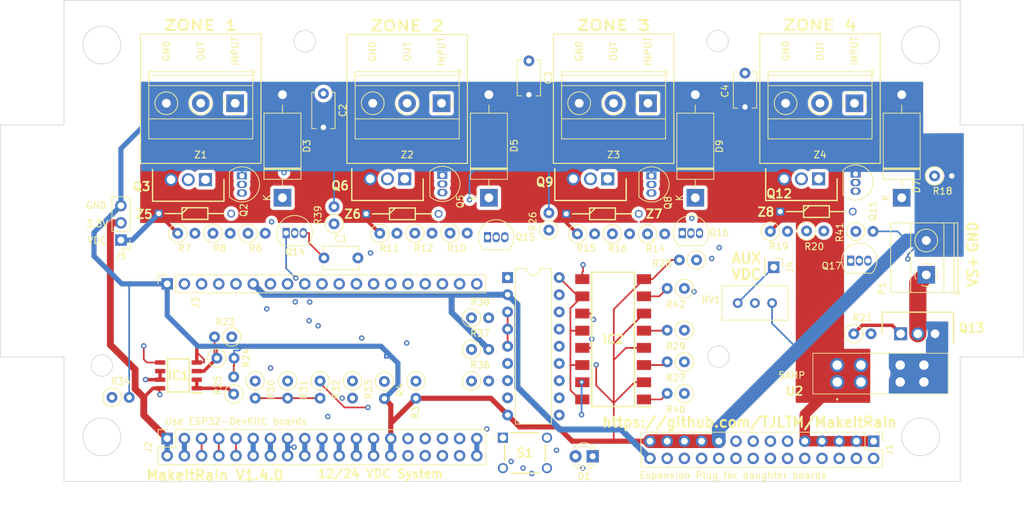
<source format=kicad_pcb>
(kicad_pcb (version 20221018) (generator pcbnew)
  (layers (0 "F.Cu" power) (1 "In1.Cu" signal) (2 "In2.Cu" signal) (31 "B.Cu" power) (34 "B.Paste" user) (35 "F.Paste" user) (36 "B.SilkS" user "B.Silkscreen") (37 "F.SilkS" user "F.Silkscreen") (38 "B.Mask" user) (39 "F.Mask" user) (44 "Edge.Cuts" user))
  (net 0 "")
  (net 1 "GND")
  (net 2 "+VDC")
  (net 3 "/Zone1IO/ZoneOutput")
  (net 4 "/Zone2IO/ZoneOutput")
  (net 5 "/Zone4IO/ZoneOutput")
  (net 6 "/Zone3IO/ZoneOutput")
  (net 7 "+3V3")
  (net 8 "Net-(Q14-D)")
  (net 9 "Net-(Q14-G)")
  (net 10 "/InputIsolation/1in")
  (net 11 "/InputIsolation/2in")
  (net 12 "/InputIsolation/3in")
  (net 13 "D39")
  (net 14 "D21")
  (net 15 "Net-(Q15-D)")
  (net 16 "Net-(Q15-G)")
  (net 17 "Net-(Q16-D)")
  (net 18 "Net-(Q16-G)")
  (net 19 "D36")
  (net 20 "Net-(IC1-+IN_A)")
  (net 21 "D12")
  (net 22 "D14")
  (net 23 "D27")
  (net 24 "D26")
  (net 25 "D23")
  (net 26 "D19")
  (net 27 "Net-(Q13-Pad1)")
  (net 28 "Net-(IC1-+INB)")
  (net 31 "D18")
  (net 32 "D5")
  (net 34 "D35")
  (net 35 "D32")
  (net 37 "/SD1")
  (net 38 "/SDD")
  (net 39 "/CLK")
  (net 40 "D4")
  (net 41 "D0")
  (net 42 "TX")
  (net 43 "RX")
  (net 44 "EN")
  (net 45 "D34")
  (net 46 "D17")
  (net 47 "D16")
  (net 48 "D2")
  (net 49 "D15")
  (net 50 "Net-(Q3-Pad1)")
  (net 51 "Net-(Q6-Pad1)")
  (net 52 "Net-(Q9-Pad1)")
  (net 53 "Net-(Q12-Pad1)")
  (net 54 "Net-(Q13-Pad3)")
  (net 59 "Net-(J2-Pin_37)")
  (net 60 "Net-(P1-Pin_1)")
  (net 61 "Net-(Q2-D)")
  (net 62 "AuxVoltage")
  (net 63 "Net-(Q5-D)")
  (net 64 "Net-(Q8-D)")
  (net 65 "Net-(Q11-D)")
  (net 66 "Z1")
  (net 67 "Z2")
  (net 68 "Z3")
  (net 69 "Z4")
  (net 70 "Z5")
  (net 71 "Z6")
  (net 72 "Z7")
  (net 73 "Z8")
  (net 74 "Net-(U1-~{RESET})")
  (net 76 "Net-(D1-K)")
  (net 77 "Net-(Q17-D)")
  (net 78 "Net-(Q17-G)")
  (net 79 "D33")
  (net 80 "D22")
  (net 81 "D25")
  (net 82 "/InputIsolation/4in")
  (net 86 "Net-(IC2-A_1)")
  (net 87 "Net-(IC2-A_2)")
  (net 88 "Net-(IC2-A_3)")
  (net 89 "Net-(IC2-A_4)")
  (footprint "Capacitor_THT:C_Disc_D5.1mm_W3.2mm_P5.00mm" (layer "F.Cu") (at 89.109 69.6597 -90)
    (fp_text reference "C2")
    (fp_text value "220nF")
  )
  (footprint "Capacitor_THT:C_Disc_D5.1mm_W3.2mm_P5.00mm" (layer "F.Cu") (at 119.4496 64.825 -90)
    (fp_text reference "C3")
    (fp_text value "220nF")
  )
  (footprint "Capacitor_THT:C_Disc_D5.1mm_W3.2mm_P5.00mm" (layer "F.Cu") (at 151.3579 66.6383 -90)
    (fp_text reference "C4")
    (fp_text value "220nF")
  )
  (footprint "Diode_THT:D_DO-201_P15.24mm_Horizontal" (layer "F.Cu") (at 83.061 85.06 90)
    (fp_text reference "D3")
    (fp_text value "STPS3150RL")
  )
  (footprint "Diode_THT:D_DO-201_P15.24mm_Horizontal" (layer "F.Cu") (at 113.541 85.06 90)
    (fp_text reference "D5")
    (fp_text value "STPS3150RL")
  )
  (footprint "Diode_THT:D_DO-201_P15.24mm_Horizontal" (layer "F.Cu") (at 174.501 85.06 90)
    (fp_text reference "D7")
    (fp_text value "STPS3150RL")
  )
  (footprint "Diode_THT:D_DO-201_P15.24mm_Horizontal" (layer "F.Cu") (at 144.021 85.06 90)
    (fp_text reference "D9")
    (fp_text value "STPS3150RL")
  )
  (footprint "LED_THT:LED_D3.0mm" (layer "F.Cu") (at 128.8729 123.2682 180)
    (fp_text reference "D1")
    (fp_text value "LED")
  )
  (footprint "Connector_PinSocket_2.54mm:PinSocket_2x19_P2.54mm_Vertical" (layer "F.Cu") (at 66.04 120.65 90)
    (fp_text reference "J2")
    (fp_text value "Conn_02x19_Odd_Even")
  )
  (footprint "Connector_PinSocket_2.54mm:PinSocket_1x19_P2.54mm_Vertical" (layer "F.Cu") (at 66.04 97.79 90)
    (fp_text reference "J3")
    (fp_text value "Conn_01x19")
  )
  (footprint "TerminalBlock_Phoenix:TerminalBlock_Phoenix_MKDS-1,5-2-5.08_1x02_P5.08mm_Horizontal" (layer "F.Cu") (at 178.1257 96.4578 90)
    (fp_text reference "P1")
    (fp_text value "Screw_Terminal_01x02")
  )
  (footprint "SamacSys_Parts:TO254P469X1042X1967-3P" (layer "F.Cu") (at 71.6897 82.3796 180)
    (fp_text reference "Q3")
    (fp_text value "IRF9Z34NPBF" hide)
  )
  (footprint "SamacSys_Parts:TO254P469X1042X1967-3P" (layer "F.Cu") (at 101.1086 82.2676 180)
    (fp_text reference "Q6")
    (fp_text value "IRF9Z34NPBF" hide)
  )
  (footprint "SamacSys_Parts:TO254P469X1042X1967-3P" (layer "F.Cu") (at 131.0857 82.2676 180)
    (fp_text reference "Q9")
    (fp_text value "IRF9Z34NPBF" hide)
  )
  (footprint "SamacSys_Parts:TO254P469X1042X1967-3P" (layer "F.Cu") (at 162.2292 82.2676 180)
    (fp_text reference "Q12")
    (fp_text value "IRF9Z34NPBF" hide)
  )
  (footprint "SamacSys_Parts:TO254P469X1042X1967-3P" (layer "F.Cu") (at 174.3416 105.1641)
    (fp_text reference "Q13")
    (fp_text value "IRF9Z34NPBF" hide)
  )
  (footprint "TerminalBlock_Phoenix:TerminalBlock_Phoenix_MKDS-1,5-3-5.08_1x03_P5.08mm_Horizontal" (layer "F.Cu") (at 106.556 71.09 180)
    (fp_text reference "Z2")
    (fp_text value "Screw_Terminal_01x03")
  )
  (footprint "TerminalBlock_Phoenix:TerminalBlock_Phoenix_MKDS-1,5-3-5.08_1x03_P5.08mm_Horizontal" (layer "F.Cu") (at 137.036 71.09 180)
    (fp_text reference "Z3")
    (fp_text value "Screw_Terminal_01x03")
  )
  (footprint "TerminalBlock_Phoenix:TerminalBlock_Phoenix_MKDS-1,5-3-5.08_1x03_P5.08mm_Horizontal" (layer "F.Cu") (at 167.516 71.09 180)
    (fp_text reference "Z4")
    (fp_text value "Screw_Terminal_01x03")
  )
  (footprint "TerminalBlock_Phoenix:TerminalBlock_Phoenix_MKDS-1,5-3-5.08_1x03_P5.08mm_Horizontal" (layer "F.Cu") (at 76.076 71.09 180)
    (fp_text reference "Z1")
    (fp_text value "Screw_Terminal_01x03")
  )
  (footprint "Connector_PinHeader_2.54mm:PinHeader_2x14_P2.54mm_Vertical" (layer "F.Cu") (at 170.349 121.0423 -90)
    (fp_text reference "J1")
    (fp_text value "Conn_02x14_Odd_Even")
  )
  (footprint "SamacSys_Parts:DIOAD1068W53L380D172" (layer "F.Cu") (at 64.7925 87.3954)
    (fp_text reference "Z5")
    (fp_text value "BZX79C10" hide)
  )
  (footprint "SamacSys_Parts:DIOAD1068W53L380D172" (layer "F.Cu") (at 95.4185 87.436)
    (fp_text reference "Z6")
    (fp_text value "BZX79C10" hide)
  )
  (footprint "SamacSys_Parts:DIOAD1068W53L380D172" (layer "F.Cu") (at 156.5643 87.1042)
    (fp_text reference "Z8")
    (fp_text value "BZX79C10" hide)
  )
  (footprint "Resistor_THT:R_Axial_DIN0207_L6.3mm_D2.5mm_P2.54mm_Vertical" (layer "F.Cu") (at 75.5723 105.6272 180)
    (fp_text reference "R23")
    (fp_text value "120k")
  )
  (footprint "Resistor_THT:R_Axial_DIN0207_L6.3mm_D2.5mm_P2.54mm_Vertical" (layer "F.Cu") (at 83.8222 112.1406 -90)
    (fp_text reference "R31")
    (fp_text value "22k")
  )
  (footprint "Resistor_THT:R_Axial_DIN0207_L6.3mm_D2.5mm_P2.54mm_Vertical" (layer "F.Cu") (at 131.7774 90.3859)
    (fp_text reference "R16")
    (fp_text value "10k")
  )
  (footprint "Package_TO_SOT_THT:TO-92_Inline" (layer "F.Cu") (at 77.0748 81.8166 -90)
    (fp_text reference "Q2")
    (fp_text value "2N7000")
  )
  (footprint "Resistor_THT:R_Axial_DIN0207_L6.3mm_D2.5mm_P2.54mm_Vertical" (layer "F.Cu") (at 73.3767 108.7651)
    (fp_text reference "R24")
    (fp_text value "15k")
  )
  (footprint "Potentiometer_THT:Potentiometer_Bourns_3296W_Vertical" (layer "F.Cu") (at 150.2817 100.622 180)
    (fp_text reference "RV1")
    (fp_text value "500k")
  )
  (footprint "Connector_PinHeader_2.54mm:PinHeader_1x01_P2.54mm_Vertical" (layer "F.Cu") (at 155.5989 95.3338 -90)
    (fp_text reference "J4")
    (fp_text value "Conn_01x01")
  )
  (footprint "Package_TO_SOT_THT:TO-92_Inline" (layer "F.Cu") (at 166.9693 94.3647)
    (fp_text reference "Q17")
    (fp_text value "BS250")
  )
  (footprint "Resistor_THT:R_Axial_DIN0207_L6.3mm_D2.5mm_P2.54mm_Vertical" (layer "F.Cu") (at 126.6145 90.3924)
    (fp_text reference "R15")
    (fp_text value "100k")
  )
  (footprint "Resistor_THT:R_Axial_DIN0207_L6.3mm_D2.5mm_P2.54mm_Vertical" (layer "F.Cu") (at 142.4079 98.4647 180)
    (fp_text reference "R42")
    (fp_text value "1K")
  )
  (footprint "Connector_PinHeader_2.54mm:PinHeader_1x03_P2.54mm_Vertical" (layer "F.Cu") (at 59.2077 91.3102 180)
    (fp_text reference "J5")
    (fp_text value "Conn_01x03")
  )
  (footprint "Resistor_THT:R_Axial_DIN0207_L6.3mm_D2.5mm_P2.54mm_Vertical" (layer "F.Cu") (at 98.1137 112.2072 -90)
    (fp_text reference "R4")
    (fp_text value "330")
  )
  (footprint "Resistor_THT:R_Axial_DIN0207_L6.3mm_D2.5mm_P2.54mm_Vertical" (layer "F.Cu") (at 179.3507 81.8331)
    (fp_text reference "R18")
    (fp_text value "1M")
  )
  (footprint "Resistor_THT:R_Axial_DIN0207_L6.3mm_D2.5mm_P2.54mm_Vertical" (layer "F.Cu") (at 142.4079 104.6381 180)
    (fp_text reference "R29")
    (fp_text value "1K")
  )
  (footprint "Package_TO_SOT_THT:TO-92_Inline" (layer "F.Cu") (at 113.3429 90.8923)
    (fp_text reference "Q15")
    (fp_text value "BS250")
  )
  (footprint "Resistor_THT:R_Axial_DIN0207_L6.3mm_D2.5mm_P2.54mm_Vertical" (layer "F.Cu") (at 75.8599 114.0685 90)
    (fp_text reference "R25")
    (fp_text value "47k")
  )
  (footprint "Resistor_THT:R_Axial_DIN0207_L6.3mm_D2.5mm_P2.54mm_Vertical" (layer "F.Cu") (at 142.4079 113.9841 180)
    (fp_text reference "R40")
    (fp_text value "1K")
  )
  (footprint "Resistor_THT:R_Axial_DIN0207_L6.3mm_D2.5mm_P2.54mm_Vertical" (layer "F.Cu") (at 93.4029 112.1406 -90)
    (fp_text reference "R33")
    (fp_text value "22k")
  )
  (footprint "SamacSys_Parts:SOIC127P600X175-8N" (layer "F.Cu") (at 67.7025 111.3159 180)
    (fp_text reference "IC1")
    (fp_text value "OPA2340UA_2K5" hide)
  )
  (footprint "Resistor_THT:R_Axial_DIN0207_L6.3mm_D2.5mm_P2.54mm_Vertical" (layer "F.Cu") (at 136.9734 90.4052)
    (fp_text reference "R14")
    (fp_text value "1M")
  )
  (footprint "Package_TO_SOT_THT:TO-92_Inline" (layer "F.Cu") (at 167.6875 81.543 -90)
    (fp_text reference "Q11")
    (fp_text value "2N7000")
  )
  (footprint "Resistor_THT:R_Axial_DIN0207_L6.3mm_D2.5mm_P2.54mm_Vertical" (layer "F.Cu") (at 142.4079 109.312 180)
    (fp_text reference "R27")
    (fp_text value "1K")
  )
  (footprint "Package_DIP:DIP-18_W7.62mm" (layer "F.Cu") (at 116.3079 96.8538)
    (fp_text reference "U1" hide)
    (fp_text value "MCP23008-xP")
  )
  (footprint "SamacSys_Parts:TS0266160BK260LCRD" (layer "F.Cu") (at 115.6162 120.5238)
    (fp_text reference "S1")
    (fp_text value "TS02-66-160-BK-260-LCR-D" hide)
  )
  (footprint "Resistor_THT:R_Axial_DIN0207_L6.3mm_D2.5mm_P2.54mm_Vertical" (layer "F.Cu") (at 90.678 88.9209 90)
    (fp_text reference "R39")
    (fp_text value "330")
  )
  (footprint "Package_TO_SOT_THT:TO-92_Inline" (layer "F.Cu") (at 83.6036 90.2795)
    (fp_text reference "Q14")
    (fp_text value "BS250")
  )
  (footprint "Resistor_THT:R_Axial_DIN0207_L6.3mm_D2.5mm_P2.54mm_Vertical" (layer "F.Cu") (at 77.9769 90.3136)
    (fp_text reference "R6")
    (fp_text value "1M")
  )
  (footprint "Resistor_THT:R_Axial_DIN0207_L6.3mm_D2.5mm_P2.54mm_Vertical" (layer "F.Cu") (at 97.4281 90.3136)
    (fp_text reference "R11")
    (fp_text value "100k")
  )
  (footprint "Resistor_THT:R_Axial_DIN0207_L6.3mm_D2.5mm_P2.54mm_Vertical" (layer "F.Cu") (at 67.5921 90.3136)
    (fp_text reference "R7")
    (fp_text value "100k")
  )
  (footprint "Resistor_THT:R_Axial_DIN0207_L6.3mm_D2.5mm_P2.54mm_Vertical" (layer "F.Cu") (at 110.9743 107.4789)
    (fp_text reference "R37")
    (fp_text value "2.2k")
  )
  (footprint "SamacSys_Parts:17861650001" (layer "F.Cu") (at 164.9784 112.3005)
    (fp_text reference "U2")
    (fp_text value "178.6165.0001" hide)
  )
  (footprint "SamacSys_Parts:LTV846S" (layer "F.Cu") (at 131.8899 105.9805 180)
    (fp_text reference "IC2")
    (fp_text value "LTV-846S" hide)
  )
  (footprint "Resistor_THT:R_Axial_DIN0207_L6.3mm_D2.5mm_P2.54mm_Vertical" (layer "F.Cu") (at 122.4046 89.8357 90)
    (fp_text reference "R26")
    (fp_text value "330")
  )
  (footprint "Resistor_THT:R_Axial_DIN0207_L6.3mm_D2.5mm_P2.54mm_Vertical" (layer "F.Cu") (at 110.9743 112.1495)
    (fp_text reference "R36")
    (fp_text value "10k")
  )
  (footprint "Resistor_THT:R_Axial_DIN0207_L6.3mm_D2.5mm_P2.54mm_Vertical" (layer "F.Cu") (at 72.7986 90.3136)
    (fp_text reference "R8")
    (fp_text value "10k")
  )
  (footprint "Package_TO_SOT_THT:TO-92_Inline" (layer "F.Cu") (at 137.5426 81.8229 -90)
    (fp_text reference "Q8")
    (fp_text value "2N7000")
  )
  (footprint "Package_TO_SOT_THT:TO-92_Inline" (layer "F.Cu") (at 106.6734 81.7492 -90)
    (fp_text reference "Q5")
    (fp_text value "2N7000")
  )
  (footprint "Resistor_THT:R_Axial_DIN0207_L6.3mm_D2.5mm_P2.54mm_Vertical" (layer "F.Cu") (at 167.7223 90.0278)
    (fp_text reference "R41")
    (fp_text value "330")
  )
  (footprint "Resistor_THT:R_Axial_DIN0207_L6.3mm_D2.5mm_P2.54mm_Vertical" (layer "F.Cu") (at 167.4251 105.1677)
    (fp_text reference "R21")
    (fp_text value "10k")
  )
  (footprint "Capacitor_THT:C_Disc_D5.1mm_W3.2mm_P5.00mm" (layer "F.Cu") (at 89.1958 93.9551)
    (fp_text reference "C1")
    (fp_text value "220nF")
  )
  (footprint "Resistor_THT:R_Axial_DIN0207_L6.3mm_D2.5mm_P2.54mm_Vertical" (layer "F.Cu") (at 102.7628 112.1619 -90)
    (fp_text reference "R3")
    (fp_text value "10k")
  )
  (footprint "Resistor_THT:R_Axial_DIN0207_L6.3mm_D2.5mm_P2.54mm_Vertical" (layer "F.Cu") (at 79.0318 112.1406 -90)
    (fp_text reference "R30")
    (fp_text value "22k")
  )
  (footprint "Resistor_THT:R_Axial_DIN0207_L6.3mm_D2.5mm_P2.54mm_Vertical" (layer "F.Cu") (at 102.6027 90.2914)
    (fp_text reference "R12")
    (fp_text value "10k")
  )
  (footprint "Resistor_THT:R_Axial_DIN0207_L6.3mm_D2.5mm_P2.54mm_Vertical" (layer "F.Cu") (at 144.2009 94.2554 180)
    (fp_text reference "R28")
    (fp_text value "330")
  )
  (footprint "Resistor_THT:R_Axial_DIN0207_L6.3mm_D2.5mm_P2.54mm_Vertical" (layer "F.Cu") (at 160.4593 89.971)
    (fp_text reference "R20")
    (fp_text value "10k")
  )
  (footprint "Resistor_THT:R_Axial_DIN0207_L6.3mm_D2.5mm_P2.54mm_Vertical" (layer "F.Cu") (at 155.0968 90.0208)
    (fp_text reference "R19")
    (fp_text value "100k")
  )
  (footprint "Resistor_THT:R_Axial_DIN0207_L6.3mm_D2.5mm_P2.54mm_Vertical" (layer "F.Cu") (at 107.8041 90.2859)
    (fp_text reference "R10")
    (fp_text value "1M")
  )
  (footprint "Resistor_THT:R_Axial_DIN0207_L6.3mm_D2.5mm_P2.54mm_Vertical" (layer "F.Cu") (at 88.6126 112.1406 -90)
    (fp_text reference "R32")
    (fp_text value "22k")
  )
  (footprint "SamacSys_Parts:DIOAD1068W53L380D172" (layer "F.Cu") (at 124.9686 87.436)
    (fp_text reference "Z7")
    (fp_text value "BZX79C10" hide)
  )
  (footprint "Resistor_THT:R_Axial_DIN0207_L6.3mm_D2.5mm_P2.54mm_Vertical" (layer "F.Cu") (at 110.9743 102.8083)
    (fp_text reference "R38")
    (fp_text value "2.2k")
  )
  (footprint "Resistor_THT:R_Axial_DIN0207_L6.3mm_D2.5mm_P2.54mm_Vertical" (layer "F.Cu") (at 57.8894 114.5689)
    (fp_text reference "R34")
    (fp_text value "47k")
  )
  (footprint "Package_TO_SOT_THT:TO-92_Inline" (layer "F.Cu") (at 142.1028 90.291)
    (fp_text reference "Q16")
    (fp_text value "BS250")
  )
  (gr_line (start 79.89703 60.851504) (end 62.11703 60.851504) (stroke (width 0.15)) (layer "F.SilkS"))
  (gr_line (start 92.585999 60.929986) (end 92.585999 79.979986) (stroke (width 0.15)) (layer "F.SilkS"))
  (gr_line (start 110.365999 79.979986) (end 110.365999 60.929986) (stroke (width 0.15)) (layer "F.SilkS"))
  (gr_line (start 110.365765 60.919674) (end 92.585765 60.919674) (stroke (width 0.15)) (layer "F.SilkS"))
  (gr_line (start 123.065999 60.929986) (end 123.065999 79.979986) (stroke (width 0.15)) (layer "F.SilkS"))
  (gr_line (start 140.845999 79.979986) (end 140.845999 60.929986) (stroke (width 0.15)) (layer "F.SilkS"))
  (gr_line (start 140.850803 60.857432) (end 123.070803 60.857432) (stroke (width 0.15)) (layer "F.SilkS"))
  (gr_line (start 171.325999 79.979986) (end 171.325999 60.929986) (stroke (width 0.15)) (layer "F.SilkS"))
  (gr_line (start 171.322601 60.821866) (end 153.542601 60.821866) (stroke (width 0.15)) (layer "F.SilkS"))
  (gr_line (start 153.545999 60.929986) (end 153.545999 79.979986) (stroke (width 0.15)) (layer "F.SilkS"))
  (gr_line (start 92.585999 79.979986) (end 110.365999 79.979986) (stroke (width 0.15)) (layer "F.SilkS"))
  (gr_line (start 123.065999 79.979986) (end 140.845999 79.979986) (stroke (width 0.15)) (layer "F.SilkS"))
  (gr_line (start 153.545999 79.979986) (end 171.325999 79.979986) (stroke (width 0.15)) (layer "F.SilkS"))
  (gr_line (start 62.105999 79.979986) (end 79.885999 79.979986) (stroke (width 0.15)) (layer "F.SilkS"))
  (gr_line (start 79.885999 79.979986) (end 79.885999 60.929986) (stroke (width 0.15)) (layer "F.SilkS"))
  (gr_line (start 62.105999 60.929986) (end 62.105999 79.979986) (stroke (width 0.15)) (layer "F.SilkS"))
  (gr_line (start 183.134 74.295) (end 192.532 74.295) (stroke (width 0.1)) (layer "Edge.Cuts"))
  (gr_line (start 183.134 74.295) (end 183.134 55.88) (stroke (width 0.1)) (layer "Edge.Cuts"))
  (gr_line (start 50.8 55.88) (end 183.134 55.88) (stroke (width 0.1)) (layer "Edge.Cuts"))
  (gr_line (start 50.8 127) (end 50.8 108.585) (stroke (width 0.1)) (layer "Edge.Cuts"))
  (gr_line (start 41.402 108.585) (end 50.8 108.585) (stroke (width 0.1)) (layer "Edge.Cuts"))
  (gr_line (start 41.402 74.295) (end 50.8 74.295) (stroke (width 0.1)) (layer "Edge.Cuts"))
  (gr_line (start 41.402 108.585) (end 41.402 74.295) (stroke (width 0.1)) (layer "Edge.Cuts"))
  (gr_line (start 50.8 74.295) (end 50.8 55.88) (stroke (width 0.1)) (layer "Edge.Cuts"))
  (gr_circle (center 56.388 109.855) (end 57.9755 109.855) (stroke (width 0.1)) (fill none) (layer "Edge.Cuts"))
  (gr_circle (center 147.418926 108.536569) (end 149.006426 108.536569) (stroke (width 0.1)) (fill none) (layer "Edge.Cuts"))
  (gr_circle (center 86.36 61.9125) (end 87.9475 61.9125) (stroke (width 0.1)) (fill none) (layer "Edge.Cuts"))
  (gr_circle (center 147.32 61.9125) (end 148.9075 61.9125) (stroke (width 0.1)) (fill none) (layer "Edge.Cuts"))
  (gr_circle (center 56.388 62.484) (end 59.182 62.484) (stroke (width 0.1)) (fill none) (layer "Edge.Cuts"))
  (gr_circle (center 177.292 62.484) (end 180.086 62.484) (stroke (width 0.1)) (fill none) (layer "Edge.Cuts"))
  (gr_line (start 50.8 127) (end 183.134 127) (stroke (width 0.1)) (layer "Edge.Cuts"))
  (gr_circle (center 177.292 120.396) (end 180.086 120.396) (stroke (width 0.1)) (fill none) (layer "Edge.Cuts"))
  (gr_line (start 192.532 108.585) (end 192.532 74.295) (stroke (width 0.1)) (layer "Edge.Cuts"))
  (gr_line (start 183.134 127) (end 183.134 108.585) (stroke (width 0.1)) (layer "Edge.Cuts"))
  (gr_circle (center 56.388 120.396) (end 59.182 120.396) (stroke (width 0.1)) (fill none) (layer "Edge.Cuts"))
  (gr_line (start 183.134 108.585) (end 192.532 108.585) (stroke (width 0.1)) (layer "Edge.Cuts"))
  (gr_text "INPUT" (at 76.08703 63.391504 90) (layer "F.SilkS") (effects (font (size 1 1))))
  (gr_text "INPUT" (at 106.555765 63.459674 90) (layer "F.SilkS") (effects (font (size 1 1))))
  (gr_text "OUT" (at 101.475765 63.459674 90) (layer "F.SilkS") (effects (font (size 1 1))))
  (gr_text "GND" (at 96.395765 63.459674 90) (layer "F.SilkS") (effects (font (size 1 1))))
  (gr_text "GND" (at 126.880803 63.397432 90) (layer "F.SilkS") (effects (font (size 1 1))))
  (gr_text "INPUT" (at 137.040803 63.397432 90) (layer "F.SilkS") (effects (font (size 1 1))))
  (gr_text "OUT" (at 131.960803 63.397432 90) (layer "F.SilkS") (effects (font (size 1 1))))
  (gr_text "GND" (at 157.352601 63.361866 90) (layer "F.SilkS") (effects (font (size 1 1))))
  (gr_text "OUT" (at 162.432601 63.361866 90) (layer "F.SilkS") (effects (font (size 1 1))))
  (gr_text "INPUT" (at 167.512601 63.361866 90) (layer "F.SilkS") (effects (font (size 1 1))))
  (gr_text "ZONE 2" (at 101.475765 59.649674) (layer "F.SilkS") (effects (font (size 1.5 1.905) (thickness 0.3))))
  (gr_text "ZONE 3" (at 131.960803 59.587432) (layer "F.SilkS") (effects (font (size 1.5 1.905) (thickness 0.3))))
  (gr_text "ZONE 4" (at 162.432601 59.551866) (layer "F.SilkS") (effects (font (size 1.5 1.905) (thickness 0.3))))
  (gr_text "VS+" (at 185.005798 95.938573 90) (layer "F.SilkS") (effects (font (size 1.5 1.5) (thickness 0.3))))
  (gr_text "5AMP" (at 158.260052 111.307034) (layer "F.SilkS") (effects (font (size 1 1))))
  (gr_text "Use ESP32-DevKitC boards" (at 76.2 118.11) (layer "F.SilkS") (effects (font (size 1 1))))
  (gr_text "12/24 VDC System" (at 97.516761 125.853602) (layer "F.SilkS") (effects (font (size 1.27 1.27) (thickness 0.254))))
  (gr_text "https://github.com/TJLTM/MakeItRain" (at 152.015573 118.239825) (layer "F.SilkS") (effects (font (size 1.5 1.5) (thickness 0.3))))
  (gr_text "GND\n" (at 185.005798 90.858573 90) (layer "F.SilkS") (effects (font (size 1.5 1.5) (thickness 0.3))))
  (gr_text "Expansion Plug for daughter boards" (at 149.593136 126.081242) (layer "F.SilkS") (effects (font (size 1 1))))
  (gr_text "3.3V" (at 55.697284 88.906695) (layer "F.SilkS") (effects (font (size 1 1))))
  (gr_text "AUX\nVDC" (at 151.580989 95.181431) (layer "F.SilkS") (effects (font (size 1.5 1.5) (thickness 0.3))))
  (gr_text "ZONE 1" (at 71.00703 59.581504) (layer "F.SilkS") (effects (font (size 1.5 1.905) (thickness 0.3))))
  (gr_text "MakeItRain V1.4.0" (at 73.089135 126.050282) (layer "F.SilkS") (effects (font (size 1.5 1.5) (thickness 0.3))))
  (gr_text "OUT" (at 71.00703 63.391504 90) (layer "F.SilkS") (effects (font (size 1 1))))
  (gr_text "GND" (at 55.561333 86.192609) (layer "F.SilkS") (effects (font (size 1 1))))
  (gr_text "GND" (at 65.92703 63.391504 90) (layer "F.SilkS") (effects (font (size 1 1))))
  (gr_text "VDC" (at 55.697284 91.374391) (layer "F.SilkS") (effects (font (size 1 1))))
  (segment (start 135.5823 103.0277) (end 131.984 106.626) (width 0.25) (layer "F.Cu") (net 1))
  (segment (start 136.4399 97.0905) (end 131.984 101.546) (width 0.25) (layer "F.Cu") (net 1))
  (segment (start 116.308 107.014) (end 116.308 105.7439) (width 0.25) (layer "F.Cu") (net 1))
  (segment (start 66.04 102.488) (end 66.04 97.79) (width 0.508) (layer "F.Cu") (net 1))
  (segment (start 133.781 107.25) (end 131.984 109.048) (width 0.25) (layer "F.Cu") (net 1))
  (segment (start 136.4394 112.33) (end 135.054 112.33) (width 0.25) (layer "F.Cu") (net 1))
  (segment (start 136.4394 107.25) (end 133.781 107.25) (width 0.25) (layer "F.Cu") (net 1))
  (segment (start 70.4135 106.862) (end 66.04 102.488) (width 0.508) (layer "F.Cu") (net 1))
  (segment (start 129.39 112.807) (end 131.984 115.401) (width 0.25) (layer "F.Cu") (net 1))
  (segment (start 141.6609 94.2554) (end 140.5358 94.2554) (width 0.25) (layer "F.Cu") (net 1))
  (segment (start 147.4887 121.042) (end 144.949 121.042) (width 2.032) (layer "F.Cu") (net 1))
  (segment (start 71.4776 108.9455) (end 71.4776 109.4109) (width 0.25) (layer "F.Cu") (net 1))
  (segment (start 75.9167 109.89) (end 75.8599 109.947) (width 0.25) (layer "F.Cu") (net 1))
  (segment (start 99.06 115.694) (end 98.1139 114.747) (width 0.762) (layer "F.Cu") (net 1))
  (segment (start 70.4025 109.4109) (end 71.4776 109.4109) (width 0.25) (layer "F.Cu") (net 1))
  (segment (start 135.5827 103.0277) (end 136.4399 102.1705) (width 0.25) (layer "F.Cu") (net 1))
  (segment (start 116.3079 117.1739) (end 118.063 118.929) (width 0.762) (layer "F.Cu") (net 1))
  (segment (start 116.308 105.7439) (end 116.308 104.4738) (width 0.25) (layer "F.Cu") (net 1))
  (segment (start 129.39 109.74) (end 129.39 112.807) (width 0.25) (layer "F.Cu") (net 1))
  (segment (start 88.6126 114.6806) (end 83.8222 114.6806) (width 0.25) (layer "F.Cu") (net 1))
  (segment (start 139.8692 121.042) (end 137.3293 121.042) (width 2.032) (layer "F.Cu") (net 1))
  (segment (start 70.4135 108.1365) (end 70.6686 108.1365) (width 0.25) (layer "F.Cu") (net 1))
  (segment (start 70.4135 109.411) (end 70.4135 108.1365) (width 0.508) (layer "F.Cu") (net 1))
  (segment (start 135.5823 103.0277) (end 135.5827 103.0277) (width 0.25) (layer "F.Cu") (net 1))
  (segment (start 125.843 121.042) (end 131.922 121.042) (width 0.762) (layer "F.Cu") (net 1))
  (segment (start 118.063 118.929) (end 123.73 118.929) (width 0.762) (layer "F.Cu") (net 1))
  (segment (start 135.054 112.33) (end 131.984 115.401) (width 0.25) (layer "F.Cu") (net 1))
  (segment (start 99.06 118.405) (end 99.06 115.694) (width 0.762) (layer "F.Cu") (net 1))
  (segment (start 131.984 120.98) (end 131.922 121.042) (width 0.25) (layer "F.Cu") (net 1))
  (segment (start 147.489 121.042) (end 147.4887 121.042) (width 2.032) (layer "F.Cu") (net 1))
  (segment (start 99.06 120.65) (end 99.06 118.405) (width 0.762) (layer "F.Cu") (net 1))
  (segment (start 116.3079 105.744) (end 116.3079 107.0138) (width 0.25) (layer "F.Cu") (net 1))
  (segment (start 131.984 109.048) (end 131.984 115.401) (width 0.25) (layer "F.Cu") (net 1))
  (segment (start 137.329 121.042) (end 131.922 121.042) (width 0.762) (layer "F.Cu") (net 1))
  (segment (start 131.984 115.401) (end 131.984 120.98) (width 0.25) (layer "F.Cu") (net 1))
  (segment (start 142.409 121.042) (end 139.8692 121.042) (width 2.032) (layer "F.Cu") (net 1))
  (segment (start 75.9167 108.7651) (end 75.9167 109.89) (width 0.25) (layer "F.Cu") (net 1))
  (segment (start 75.8599 109.947) (end 75.8599 111.528) (width 0.25) (layer "F.Cu") (net 1))
  (segment (start 131.984 101.546) (end 131.984 106.626) (width 0.25) (layer "F.Cu") (net 1))
  (segment (start 99.06 118.405) (end 102.7628 114.7022) (width 0.762) (layer "F.Cu") (net 1))
  (segment (start 102.763 114.702) (end 113.836 114.702) (width 0.762) (layer "F.Cu") (net 1))
  (segment (start 136.44 97.0905) (end 137.7007 97.0905) (width 0.25) (layer "F.Cu") (net 1))
  (segment (start 144.949 121.042) (end 142.409 121.042) (width 2.032) (layer "F.Cu") (net 1))
  (segment (start 83.8222 114.6806) (end 79.0318 114.6806) (width 0.25) (layer "F.Cu") (net 1))
  (segment (start 136.44 102.17) (end 135.5823 103.0277) (width 0.25) (layer "F.Cu") (net 1))
  (segment (start 137.7007 97.0905) (end 140.5358 94.2554) (width 0.25) (layer "F.Cu") (net 1))
  (segment (start 123.73 118.929) (end 125.843 121.042) (width 0.762) (layer "F.Cu") (net 1))
  (segment (start 70.4135 108.1365) (end 70.4135 106.862) (width 0.508) (layer "F.Cu") (net 1))
  (segment (start 116.3079 103.8388) (end 116.3079 101.9338) (width 0.25) (layer "F.Cu") (net 1))
  (segment (start 131.984 106.626) (end 131.984 109.048) (width 0.25) (layer "F.Cu") (net 1))
  (segment (start 137.3293 121.042) (end 137.329 121.042) (width 2.032) (layer "F.Cu") (net 1))
  (segment (start 113.836 114.702) (end 116.3079 117.1739) (width 0.762) (layer "F.Cu") (net 1))
  (segment (start 116.308 105.7439) (end 116.3079 105.744) (width 0.25) (layer "F.Cu") (net 1))
  (segment (start 70.6686 108.1365) (end 71.4776 108.9455) (width 0.25) (layer "F.Cu") (net 1))
  (via (at 129.39 109.74) (size 0.8) (drill 0.4) (layers "F.Cu" "B.Cu") (net 1))
  (via (at 110.681 85.3642) (size 0.8) (drill 0.4) (layers "F.Cu" "B.Cu") (net 1))
  (via (at 83.3006 81.3501) (size 0.8) (drill 0.4) (layers "F.Cu" "B.Cu") (net 1))
  (via (at 81.4601 88.6123) (size 0.8) (drill 0.4) (layers "F.Cu" "B.Cu") (net 1))
  (via (at 91.8715 114.6806) (size 0.8) (drill 0.4) (layers "F.Cu" "B.Cu") (net 1))
  (via (at 96.0628 93.2148) (size 0.8) (drill 0.4) (layers "F.Cu" "B.Cu") (net 1))
  (via (at 175.398 94.1058) (size 0.8) (drill 0.4) (layers "F.Cu" "B.Cu") (net 1))
  (segment (start 159.17 107.45) (end 147.489 119.131) (width 2.032) (layer "B.Cu") (net 1))
  (segment (start 57.7767 87.6612) (end 57.7642 87.6612) (width 0.762) (layer "B.Cu") (net 1))
  (segment (start 66.04 97.79) (end 66.04 102.479) (width 0.762) (layer "B.Cu") (net 1))
  (segment (start 100.107 109.502) (end 100.107 112.754) (width 0.762) (layer "B.Cu") (net 1))
  (segment (start 106.673 80.2245) (end 106.673 81.1781) (width 0.25) (layer "B.Cu") (net 1))
  (segment (start 99.06 120.65) (end 99.06 123.19) (width 0.762) (layer "B.Cu") (net 1))
  (segment (start 98.1819 108.236) (end 98.1819 108.702) (width 0.25) (layer "B.Cu") (net 1))
  (segment (start 147.489 119.131) (end 147.489 121.042) (width 2.032) (layer "B.Cu") (net 1))
  (segment (start 59.2077 86.2302) (end 57.7767 87.6612) (width 0.762) (layer "B.Cu") (net 1))
  (segment (start 77.0748 80.868) (end 77.0748 81.8166) (width 0.25) (layer "B.Cu") (net 1))
  (segment (start 100.107 112.754) (end 98.7781 114.083) (width 0.762) (layer "B.Cu") (net 1))
  (segment (start 76.6372 107.64) (end 77.2692 107.008) (width 0.25) (layer "B.Cu") (net 1))
  (segment (start 66.04 102.479) (end 68.2803 104.72) (width 0.762) (layer "B.Cu") (net 1))
  (segment (start 176.5 92.3754) (end 175.398 93.4779) (width 0.25) (layer "B.Cu") (net 1))
  (segment (start 70.5206 106.96) (end 70.5693 107.008) (width 0.762) (layer "B.Cu") (net 1))
  (segment (start 59.2077 77.7983) (end 59.2077 86.2302) (width 0.762) (layer "B.Cu") (net 1))
  (segment (start 55.2307 90.1947) (end 55.2307 93.6341) (width 0.762) (layer "B.Cu") (net 1))
  (segment (start 65.916 71.09) (end 59.2077 77.7983) (width 0.762) (layer "B.Cu") (net 1))
  (segment (start 60.4294 97.9885) (end 60.4294 114.5689) (width 0.25) (layer "B.Cu") (net 1))
  (segment (start 164.699 101.921) (end 165.06 101.56) (width 0.508) (layer "B.Cu") (net 1))
  (segment (start 178.1257 91.3778) (end 175.242 91.3778) (width 2.032) (layer "B.Cu") (net 1))
  (segment (start 55.2075 93.6573) (end 59.3402 97.79) (width 0.762) (layer "B.Cu") (net 1))
  (segment (start 68.2803 104.72) (end 70.5206 106.96) (width 0.762) (layer "B.Cu") (net 1))
  (segment (start 77.2692 107.008) (end 97.6135 107.008) (width 0.762) (layer "B.Cu") (net 1))
  (segment (start 175.242 91.3778) (end 165.06 101.56) (width 2.032) (layer "B.Cu") (net 1))
  (segment (start 98.4871 107.882) (end 99.307 108.702) (width 0.762) (layer "B.Cu") (net 1))
  (segment (start 97.6135 107.008) (end 98.4871 107.882) (width 0.762) (layer "B.Cu") (net 1))
  (segment (start 60.6279 97.79) (end 60.4294 97.9885) (width 0.25) (layer "B.Cu") (net 1))
  (segment (start 98.7781 114.083) (end 98.1137 114.747) (width 0.762) (layer "B.Cu") (net 1))
  (segment (start 122.4046 79.383) (end 122.4046 87.2957) (width 0.25) (layer "B.Cu") (net 1))
  (segment (start 98.4871 107.882) (end 98.4871 107.93) (width 0.25) (layer "B.Cu") (net 1))
  (segment (start 167.688 81.0594) (end 167.688 81.3013) (width 0.25) (layer "B.Cu") (net 1))
  (segment (start 164.699 101.921) (end 159.17 107.45) (width 2.032) (layer "B.Cu") (net 1))
  (segment (start 70.5693 107.008) (end 77.2692 107.008) (width 0.762) (layer "B.Cu") (net 1))
  (segment (start 137.543 81.3286) (end 137.543 81.5757) (width 0.25) (layer "B.Cu") (net 1))
  (segment (start 159.17 107.45) (end 155.362 103.642) (width 0.25) (layer "B.Cu") (net 1))
  (segment (start 110.681 81.7322) (end 110.681 85.3642) (width 0.25) (layer "B.Cu") (net 1))
  (segment (start 90.678 81.1977) (end 90.678 86.3809) (width 0.25) (layer "B.Cu") (net 1))
  (segment (start 60.6279 97.79) (end 66.04 97.79) (width 0.762) (layer "B.Cu") (net 1))
  (segment (start 83.3006 79.2951) (end 83.3006 81.3501) (width 0.25) (layer "B.Cu") (net 1))
  (segment (start 137.543 79.8449) (end 137.543 81.0819) (width 0.25) (layer "B.Cu") (net 1))
  (segment (start 111.628 80.7851) (end 110.681 81.7322) (width 0.25) (layer "B.Cu") (net 1))
  (segment (start 68.2806 104.72) (end 70.5206 106.96) (width 0.25) (layer "B.Cu") (net 1))
  (segment (start 137.543 81.0819) (end 137.543 81.3286) (width 0.25) (layer "B.Cu") (net 1))
  (segment (start 106.673 81.1781) (end 106.673 81.3682) (width 0.25) (layer "B.Cu") (net 1))
  (segment (start 75.9167 107.64) (end 76.6372 107.64) (width 0.25) (layer "B.Cu") (net 1))
  (segment (start 175.398 93.4779) (end 175.398 94.1058) (width 0.25) (layer "B.Cu") (net 1))
  (segment (start 57.7642 87.6612) (end 55.2307 90.1947) (width 0.762) (layer "B.Cu") (net 1))
  (segment (start 75.9167 108.765) (end 75.9167 107.64) (width 0.25) (layer "B.Cu") (net 1))
  (segment (start 155.362 103.642) (end 155.362 100.88) (width 0.25) (layer "B.Cu") (net 1))
  (segment (start 88.5374 79.0571) (end 90.678 81.1977) (width 0.25) (layer "B.Cu") (net 1))
  (segment (start 68.2803 104.72) (end 68.2806 104.72) (width 0.25) (layer "B.Cu") (net 1))
  (segment (start 98.1819 108.702) (end 99.307 108.702) (width 0.25) (layer "B.Cu") (net 1))
  (segment (start 167.6875 81.0594) (end 167.6875 81.543) (width 0.25) (layer "B.Cu") (net 1))
  (segment (start 170.2623 90.0278) (end 173.892 90.0278) (width 0.25) (layer "B.Cu") (net 1))
  (segment (start 59.3402 97.79) (end 60.6279 97.79) (width 0.762) (layer "B.Cu") (net 1))
  (segment (start 55.2307 93.6341) (end 55.2075 93.6573) (width 0.762) (layer "B.Cu") (net 1))
  (segment (start 99.307 108.702) (end 100.107 109.502) (width 0.762) (layer "B.Cu") (net 1))
  (segment (start 173.892 90.0278) (end 175.242 91.3778) (width 0.25) (layer "B.Cu") (net 1))
  (segment (start 98.4871 107.93) (end 98.1819 108.236) (width 0.25) (layer "B.Cu") (net 1))
  (segment (start 165.06 101.56) (end 164.699 101.921) (width 2.032) (layer "B.Cu") (net 1))
  (segment (start 64.7925 87.514) (end 67.5921 90.3136) (width 0.508) (layer "F.Cu") (net 2))
  (segment (start 124.969 88.7465) (end 126.614 90.3924) (width 0.508) (layer "F.Cu") (net 2))
  (segment (start 160.189 121.042) (end 160.189 117.09) (width 1.524) (layer "F.Cu") (net 2))
  (segment (start 165.2693 121.042) (end 162.7293 121.042) (width 1.524) (layer "F.Cu") (net 2))
  (segment (start 160.189 117.09) (end 164.978 112.3) (width 1.524) (layer "F.Cu") (net 2))
  (segment (start 170.3487 121.042) (end 167.8092 121.042) (width 1.524) (layer "F.Cu") (net 2))
  (segment (start 95.4185 87.436) (end 95.4185 88.304) (width 0.508) (layer "F.Cu") (net 2))
  (segment (start 156.564 88.5533) (end 155.097 90.0208) (width 0.508) (layer "F.Cu") (net 2))
  (segment (start 167.8092 121.042) (end 165.2693 121.042) (width 1.524) (layer "F.Cu") (net 2))
  (segment (start 124.969 87.436) (end 124.969 88.7465) (width 0.508) (layer "F.Cu") (net 2))
  (segment (start 156.564 87.1042) (end 156.564 88.5533) (width 0.508) (layer "F.Cu") (net 2))
  (segment (start 95.4185 88.304) (end 97.4281 90.3136) (width 0.508) (layer "F.Cu") (net 2))
  (segment (start 162.7293 121.042) (end 160.1893 121.042) (width 1.524) (layer "F.Cu") (net 2))
  (segment (start 60.8777 91.3102) (end 64.7925 87.3954) (width 0.762) (layer "B.Cu") (net 2))
  (segment (start 59.2077 91.3102) (end 60.8777 91.3102) (width 0.762) (layer "B.Cu") (net 2))
  (segment locked (start 61.307493 110.453651) (end 61.307493 113.306393) (width 1.016) (layer "F.Cu") (net 7))
  (segment (start 125.583 101.387) (end 125.583 104.685) (width 0.25) (layer "F.Cu") (net 7))
  (segment (start 64.9522 113.7079) (end 64.9522 114.1516) (width 0.25) (layer "F.Cu") (net 7))
  (segment (start 125.608 104.71) (end 125.583 104.685) (width 0.25) (layer "F.Cu") (net 7))
  (segment (start 64.4653 113.221) (end 63.9392 113.221) (width 0.508) (layer "F.Cu") (net 7))
  (segment (start 63.9392 113.221) (end 62.5806 114.58) (width 0.508) (layer "F.Cu") (net 7))
  (segment (start 125.583 104.685) (end 125.583 109.855) (width 0.25) (layer "F.Cu") (net 7))
  (segment (start 127.3399 104.71) (end 125.608 104.71) (width 0.25) (layer "F.Cu") (net 7))
  (segment locked (start 57.6497 89.126119) (end 57.6497 106.795858) (width 1.016) (layer "F.Cu") (net 7))
  (segment locked (start 57.6497 106.795858) (end 61.307493 110.453651) (width 1.016) (layer "F.Cu") (net 7))
  (segment locked (start 62.5806 117.1906) (end 66.04 120.65) (width 1.016) (layer "F.Cu") (net 7))
  (segment (start 125.583 109.855) (end 125.583 113.503) (width 0.25) (layer "F.Cu") (net 7))
  (segment (start 64.4653 113.221) (end 64.9522 113.7079) (width 0.25) (layer "F.Cu") (net 7))
  (segment locked (start 59.2077 88.7702) (end 58.005619 88.7702) (width 1.016) (layer "F.Cu") (net 7))
  (segment (start 125.648 109.79) (end 125.583 109.855) (width 0.25) (layer "F.Cu") (net 7))
  (segment (start 123.928 96.8538) (end 126.705 99.6305) (width 0.25) (layer "F.Cu") (net 7))
  (segment (start 125.583 113.503) (end 126.951 114.87) (width 0.25) (layer "F.Cu") (net 7))
  (segment (start 127.3399 109.79) (end 125.648 109.79) (width 0.25) (layer "F.Cu") (net 7))
  (segment locked (start 62.5806 114.5795) (end 62.5806 117.1906) (width 1.016) (layer "F.Cu") (net 7))
  (segment (start 64.9914 113.221) (end 64.4653 113.221) (width 0.508) (layer "F.Cu") (net 7))
  (segment locked (start 61.307493 113.306393) (end 62.5806 114.5795) (width 1.016) (layer "F.Cu") (net 7))
  (segment locked (start 58.005619 88.7702) (end 57.6497 89.126119) (width 1.016) (layer "F.Cu") (net 7))
  (segment (start 127.34 99.6305) (end 125.583 101.387) (width 0.25) (layer "F.Cu") (net 7))
  (via (at 64.9522 114.1516) (size 0.8) (drill 0.4) (layers "F.Cu" "B.Cu") (net 7))
  (segment locked (start 66.04 120.65) (end 66.04 123.19) (width 0.762) (layer "B.Cu") (net 7))
  (via (at 85.031 96.9305) (size 0.8) (drill 0.4) (layers "F.Cu" "B.Cu") (net 8))
  (segment (start 83.6036 90.2795) (end 83.6036 95.5031) (width 0.25) (layer "B.Cu") (net 8))
  (segment (start 83.6036 95.5031) (end 85.031 96.9305) (width 0.25) (layer "B.Cu") (net 8))
  (segment (start 86.9937 91.753) (end 89.1958 93.9551) (width 0.25) (layer "F.Cu") (net 10))
  (segment (start 86.9937 90.2795) (end 86.9937 91.753) (width 0.25) (layer "F.Cu") (net 10))
  (segment (start 86.1436 90.2795) (end 86.9937 90.2795) (width 0.25) (layer "F.Cu") (net 10))
  (via (at 143.4995 88.0989) (size 0.8) (drill 0.4) (layers "F.Cu" "B.Cu") (net 12))
  (segment (start 127.3399 97.0905) (end 127.3399 96.0404) (width 0.25) (layer "F.Cu") (net 13))
  (segment (start 127.4446 95.9357) (end 127.4446 94.9635) (width 0.25) (layer "F.Cu") (net 13))
  (segment (start 127.3399 96.0404) (end 127.4446 95.9357) (width 0.25) (layer "F.Cu") (net 13))
  (segment (start 73.66 120.65) (end 73.66 123.19) (width 0.25) (layer "F.Cu") (net 13))
  (via (at 127.4446 94.9635) (size 0.8) (drill 0.4) (layers "F.Cu" "B.Cu") (net 13))
  (via (at 81.3096 110.2356) (size 0.8) (drill 0.4) (layers "F.Cu" "B.Cu") (net 13))
  (via (at 86.992 103.2368) (size 0.8) (drill 0.4) (layers "F.Cu" "B.Cu") (net 13))
  (segment (start 108.043 99.3938) (end 116.3079 99.3938) (width 0.889) (layer "B.Cu") (net 14))
  (segment (start 80.3438 99.3938) (end 108.043 99.3938) (width 0.889) (layer "B.Cu") (net 14))
  (segment (start 117.752 100.838) (end 117.752 113.041) (width 0.889) (layer "B.Cu") (net 14))
  (segment (start 117.752 113.041) (end 124.023 119.311) (width 0.889) (layer "B.Cu") (net 14))
  (segment (start 78.74 97.79) (end 80.3438 99.3938) (width 0.889) (layer "B.Cu") (net 14))
  (segment (start 108.043 102.008) (end 113.514 107.479) (width 0.889) (layer "B.Cu") (net 14))
  (segment (start 133.058 119.311) (end 137.329 123.582) (width 0.889) (layer "B.Cu") (net 14))
  (segment (start 124.023 119.311) (end 133.058 119.311) (width 0.889) (layer "B.Cu") (net 14))
  (segment (start 116.308 99.3938) (end 117.752 100.838) (width 0.889) (layer "B.Cu") (net 14))
  (segment (start 108.043 99.3938) (end 108.043 102.008) (width 0.889) (layer "B.Cu") (net 14))
  (via (at 143.8339 98.9409) (size 0.8) (drill 0.4) (layers "F.Cu" "B.Cu") (net 17))
  (segment (start 71.12 123.19) (end 71.12 120.65) (width 0.25) (layer "F.Cu") (net 19))
  (segment (start 127.3399 102.1705) (end 128.715 102.1705) (width 0.25) (layer "F.Cu") (net 19))
  (segment (start 128.715 102.781) (end 128.993 103.059) (width 0.25) (layer "F.Cu") (net 19))
  (segment (start 128.715 102.1705) (end 128.715 102.781) (width 0.25) (layer "F.Cu") (net 19))
  (via (at 88.3209 103.977) (size 0.8) (drill 0.4) (layers "F.Cu" "B.Cu") (net 19))
  (via (at 128.993 103.059) (size 0.8) (drill 0.4) (layers "F.Cu" "B.Cu") (net 19))
  (segment (start 73.0323 107.0241) (end 73.3767 107.3685) (width 0.25) (layer "F.Cu") (net 20))
  (segment (start 73.0323 108.421) (end 73.0323 107.0241) (width 0.25) (layer "F.Cu") (net 20))
  (segment (start 70.4136 110.681) (end 71.4609 110.681) (width 0.508) (layer "F.Cu") (net 20))
  (segment (start 72.4188 109.723) (end 73.3767 108.765) (width 0.508) (layer "F.Cu") (net 20))
  (segment (start 71.4609 110.681) (end 72.4188 109.723) (width 0.508) (layer "F.Cu") (net 20))
  (segment (start 73.3767 107.3685) (end 73.3767 108.765) (width 0.25) (layer "F.Cu") (net 20))
  (segment (start 73.0323 107.0241) (end 73.0323 105.6272) (width 0.25) (layer "F.Cu") (net 20))
  (segment (start 72.4188 109.723) (end 73.3767 108.765) (width 0.25) (layer "F.Cu") (net 20))
  (segment (start 96.52 123.19) (end 96.52 120.65) (width 0.762) (layer "B.Cu") (net 21))
  (segment (start 93.98 123.19) (end 93.98 120.65) (width 0.762) (layer "B.Cu") (net 22))
  (segment (start 91.44 120.65) (end 91.44 123.19) (width 0.762) (layer "B.Cu") (net 23))
  (segment (start 88.9 120.65) (end 88.9 123.19) (width 0.762) (layer "B.Cu") (net 24))
  (via (at 89.7628 117.396) (size 0.8) (drill 0.4) (layers "F.Cu" "B.Cu") (net 25))
  (via (at 80.7411 101.478) (size 0.8) (drill 0.4) (layers "F.Cu" "B.Cu") (net 26))
  (via (at 119.87 125.819) (size 0.8) (drill 0.4) (layers "F.Cu" "B.Cu") (net 26))
  (segment (start 174.3416 105.1636) (end 173.092 103.914) (width 0.508) (layer "F.Cu") (net 27))
  (segment (start 168.052 104.541) (end 167.738 104.854) (width 0.25) (layer "F.Cu") (net 27))
  (segment (start 168.679 103.914) (end 168.052 104.541) (width 0.508) (layer "F.Cu") (net 27))
  (segment (start 173.092 103.914) (end 168.679 103.914) (width 0.508) (layer "F.Cu") (net 27))
  (segment (start 168.052 104.541) (end 167.738 104.854) (width 0.508) (layer "F.Cu") (net 27))
  (segment (start 63.0566 109.409) (end 63.5709 109.409) (width 0.25) (layer "F.Cu") (net 28))
  (segment (start 63.5725 109.411) (end 64.9914 109.411) (width 0.25) (layer "F.Cu") (net 28))
  (segment (start 62.5806 106.96) (end 62.5806 108.933) (width 0.25) (layer "F.Cu") (net 28))
  (segment (start 63.5709 109.409) (end 63.5725 109.411) (width 0.25) (layer "F.Cu") (net 28))
  (segment (start 62.5806 108.933) (end 63.0566 109.409) (width 0.25) (layer "F.Cu") (net 28))
  (via (at 62.5806 106.96) (size 0.8) (drill 0.4) (layers "F.Cu" "B.Cu") (net 28))
  (via (at 147.554 92.4345) (size 0.8) (drill 0.4) (layers "F.Cu" "B.Cu") (net 28))
  (via (at 84.9555 100.441) (size 0.8) (drill 0.4) (layers "F.Cu" "B.Cu") (net 31))
  (segment (start 127.3399 107.2505) (end 128.715 107.2505) (width 0.25) (layer "F.Cu") (net 34))
  (segment (start 128.715 107.2505) (end 128.715 105.9589) (width 0.25) (layer "F.Cu") (net 34))
  (segment (start 128.715 105.9589) (end 128.7353 105.9386) (width 0.25) (layer "F.Cu") (net 34))
  (via (at 94.7638 105.8029) (size 0.8) (drill 0.4) (layers "F.Cu" "B.Cu") (net 34))
  (via (at 128.7353 105.9386) (size 0.8) (drill 0.4) (layers "F.Cu" "B.Cu") (net 34))
  (segment (start 78.74 120.65) (end 78.74 123.19) (width 0.762) (layer "B.Cu") (net 34))
  (segment (start 64.9915 110.681) (end 64.9915 111.951) (width 0.508) (layer "F.Cu") (net 35))
  (segment (start 64.9915 111.951) (end 62.8626 111.951) (width 0.508) (layer "F.Cu") (net 35))
  (segment (start 62.8626 111.951) (end 62.8429 111.931) (width 0.508) (layer "F.Cu") (net 35))
  (via (at 62.8429 111.931) (size 0.8) (drill 0.4) (layers "F.Cu" "B.Cu") (net 35))
  (segment (start 81.28 120.65) (end 81.28 123.19) (width 0.762) (layer "B.Cu") (net 35))
  (via (at 146.448 94.0375) (size 0.8) (drill 0.4) (layers "F.Cu" "B.Cu") (net 42))
  (segment (start 68.58 120.65) (end 68.58 123.19) (width 0.762) (layer "B.Cu") (net 44))
  (segment (start 92.218526 116.052931) (end 95.682871 116.052931) (width 0.25) (layer "F.Cu") (net 45))
  (segment (start 76.2 123.19) (end 76.2 120.65) (width 0.25) (layer "F.Cu") (net 45))
  (segment (start 88.6126 112.447005) (end 92.218526 116.052931) (width 0.25) (layer "F.Cu") (net 45))
  (segment (start 88.6126 112.1406) (end 88.6126 112.447005) (width 0.25) (layer "F.Cu") (net 45))
  (via (at 127.22269 117.120863) (size 0.8) (drill 0.4) (layers "F.Cu" "B.Cu") (net 45))
  (via (at 127.240596 112.303811) (size 0.8) (drill 0.4) (layers "F.Cu" "B.Cu") (net 45))
  (via (at 95.682871 116.052931) (size 0.8) (drill 0.4) (layers "F.Cu" "B.Cu") (net 45))
  (segment (start 127.240596 112.303811) (end 127.235455 112.308952) (width 0.25) (layer "B.Cu") (net 45))
  (segment (start 127.235455 112.308952) (end 127.22269 117.120863) (width 0.25) (layer "B.Cu") (net 45))
  (via (at 87.0862 100.467) (size 0.8) (drill 0.4) (layers "F.Cu" "B.Cu") (net 46))
  (via (at 127.416 125.023) (size 0.8) (drill 0.4) (layers "F.Cu" "B.Cu") (net 47))
  (via (at 113.24 119.24) (size 0.8) (drill 0.4) (layers "F.Cu" "B.Cu") (net 47))
  (via (at 123.531 122.38) (size 0.8) (drill 0.4) (layers "F.Cu" "B.Cu") (net 47))
  (via (at 101.409 106.528) (size 0.8) (drill 0.4) (layers "F.Cu" "B.Cu") (net 47))
  (segment (start 111.76 123.19) (end 111.76 120.65) (width 0.762) (layer "B.Cu") (net 59))
  (segment (start 176.882 105.164) (end 176.882 97.7019) (width 2.54) (layer "F.Cu") (net 60))
  (segment (start 176.882 97.7019) (end 178.126 96.4582) (width 2.54) (layer "F.Cu") (net 60))
  (segment (start 151.572 99.3322) (end 150.282 100.622) (width 0.25) (layer "B.Cu") (net 62))
  (segment (start 155.57 95.3338) (end 151.572 99.3322) (width 0.25) (layer "B.Cu") (net 62))
  (via (at 116.821 124.038) (size 0.8) (drill 0.4) (layers "F.Cu" "B.Cu") (net 76))
  (segment (start 70.4135 111.951) (end 70.4135 113.2209) (width 0.508) (layer "F.Cu") (net 79))
  (segment (start 70.4135 113.221) (end 75.0123 113.221) (width 0.508) (layer "F.Cu") (net 79))
  (segment (start 75.4361 113.644) (end 75.8599 114.068) (width 0.508) (layer "F.Cu") (net 79))
  (segment (start 75.0123 113.221) (end 75.4361 113.644) (width 0.508) (layer "F.Cu") (net 79))
  (via (at 84.7647 121.92) (size 0.8) (drill 0.4) (layers "F.Cu" "B.Cu") (net 79))
  (segment locked (start 83.82 120.65) (end 83.82 123.19) (width 0.762) (layer "B.Cu") (net 79))
  (segment (start 83.82 121.92) (end 84.7647 121.92) (width 0.25) (layer "B.Cu") (net 79))
  (via (at 118.582 125.024) (size 0.8) (drill 0.4) (layers "F.Cu" "B.Cu") (net 81))
  (segment (start 86.36 120.65) (end 86.36 123.19) (width 0.762) (layer "B.Cu") (net 81))
  (segment (start 136.44 114.87) (end 138.981 114.87) (width 0.25) (layer "F.Cu") (net 86))
  (segment (start 138.981 114.87) (end 139.4245 114.427) (width 0.25) (layer "F.Cu") (net 86))
  (segment (start 139.389 109.79) (end 139.6285 109.551) (width 0.25) (layer "F.Cu") (net 87))
  (segment (start 136.44 109.79) (end 139.389 109.79) (width 0.25) (layer "F.Cu") (net 87))
  (segment (start 136.44 104.71) (end 139.795 104.71) (width 0.25) (layer "F.Cu") (net 88))
  (segment (start 139.285 99.0476) (end 139.8679 98.4647) (width 0.25) (layer "F.Cu") (net 89))
  (segment (start 138.702 99.6305) (end 139.285 99.0476) (width 0.25) (layer "F.Cu") (net 89))
  (segment (start 139.285 99.0476) (end 139.868 98.4647) (width 0.25) (layer "F.Cu") (net 89))
  (segment (start 136.44 99.6305) (end 138.702 99.6305) (width 0.25) (layer "F.Cu") (net 89))
  (zone (net 2) (net_name "+VDC") (layer "F.Cu") (connect_pads yes (clearance 0.508)) (min_thickness 0.254) (fill yes (thermal_gap 0.508) (thermal_bridge_width 0.508) (smoothing chamfer))
    (polygon (pts (xy 165.988165 107.386926) (xy 169.858862 107.371758) (xy 169.852801 115.378207) (xy 158.848414 115.378207) (xy 158.881166 88.735146) (xy 62.041473 88.787004) (xy 62.067948 80.100561) (xy 165.973603 79.897179)))
  )
  (zone (net 1) (net_name "GND") (layer "B.Cu") (connect_pads yes (clearance 0.508)) (min_thickness 0.254) (fill yes (thermal_gap 0.508) (thermal_bridge_width 0.508))
    (polygon (pts (xy 177.675999 75.534986) (xy 183.671799 75.510088) (xy 183.648087 93.781449) (xy 176.383607 93.794294) (xy 176.405999 81.249986) (xy 62.17097 81.152309) (xy 62.105999 67.914986) (xy 177.675999 67.914986)))
  )
  (zone (net 54) (net_name "Net-(Q13-Pad3)") (layer "B.Cu") (connect_pads yes (clearance 0.508)) (min_thickness 0.254) (fill yes (thermal_gap 0.508) (thermal_bridge_width 0.508))
    (polygon (pts (xy 181.372145 103.347116) (xy 181.370368 114.025111) (xy 172.593059 114.068779) (xy 172.600497 108.047918) (xy 178.062991 108.04207) (xy 178.082559 103.333681)))
  )
)
</source>
